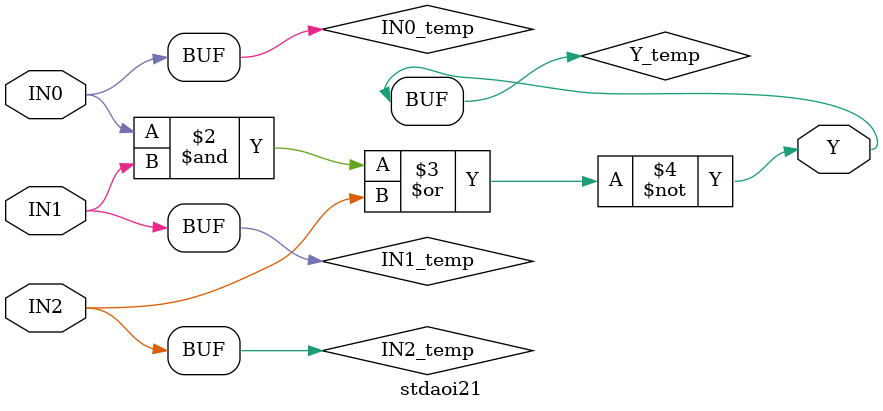
<source format=v>
module stdaoi21(IN0,IN1,IN2,Y);
  parameter
        d_IN0_r = 0,
        d_IN0_f = 0,
        d_IN1_r = 0,
        d_IN1_f = 0,
        d_IN2_r = 0,
        d_IN2_f = 0,
        d_Y_r = 1,
        d_Y_f = 1;
  input  IN0;
  input  IN1;
  input  IN2;
  output  Y;
  wire  IN0_temp;
  wire  IN1_temp;
  wire  IN2_temp;
  reg  Y_temp;
  assign #(d_IN0_r,d_IN0_f) IN0_temp = IN0;
  assign #(d_IN1_r,d_IN1_f) IN1_temp = IN1;
  assign #(d_IN2_r,d_IN2_f) IN2_temp = IN2;
  assign #(d_Y_r,d_Y_f) Y = Y_temp;
  always
    @(IN0_temp or IN1_temp or IN2_temp)
      begin
      Y_temp = ( ~ ((IN0_temp & IN1_temp) | IN2_temp));
      end
endmodule

</source>
